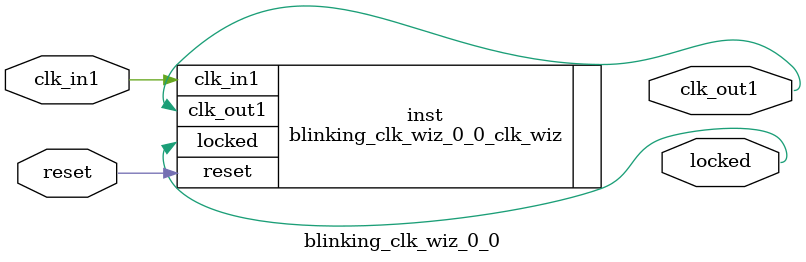
<source format=v>


`timescale 1ps/1ps

(* CORE_GENERATION_INFO = "blinking_clk_wiz_0_0,clk_wiz_v6_0_4_0_0,{component_name=blinking_clk_wiz_0_0,use_phase_alignment=true,use_min_o_jitter=false,use_max_i_jitter=false,use_dyn_phase_shift=false,use_inclk_switchover=false,use_dyn_reconfig=false,enable_axi=0,feedback_source=FDBK_AUTO,PRIMITIVE=MMCM,num_out_clk=1,clkin1_period=40.000,clkin2_period=10.0,use_power_down=false,use_reset=true,use_locked=true,use_inclk_stopped=false,feedback_type=SINGLE,CLOCK_MGR_TYPE=NA,manual_override=false}" *)

module blinking_clk_wiz_0_0 
 (
  // Clock out ports
  output        clk_out1,
  // Status and control signals
  input         reset,
  output        locked,
 // Clock in ports
  input         clk_in1
 );

  blinking_clk_wiz_0_0_clk_wiz inst
  (
  // Clock out ports  
  .clk_out1(clk_out1),
  // Status and control signals               
  .reset(reset), 
  .locked(locked),
 // Clock in ports
  .clk_in1(clk_in1)
  );

endmodule

</source>
